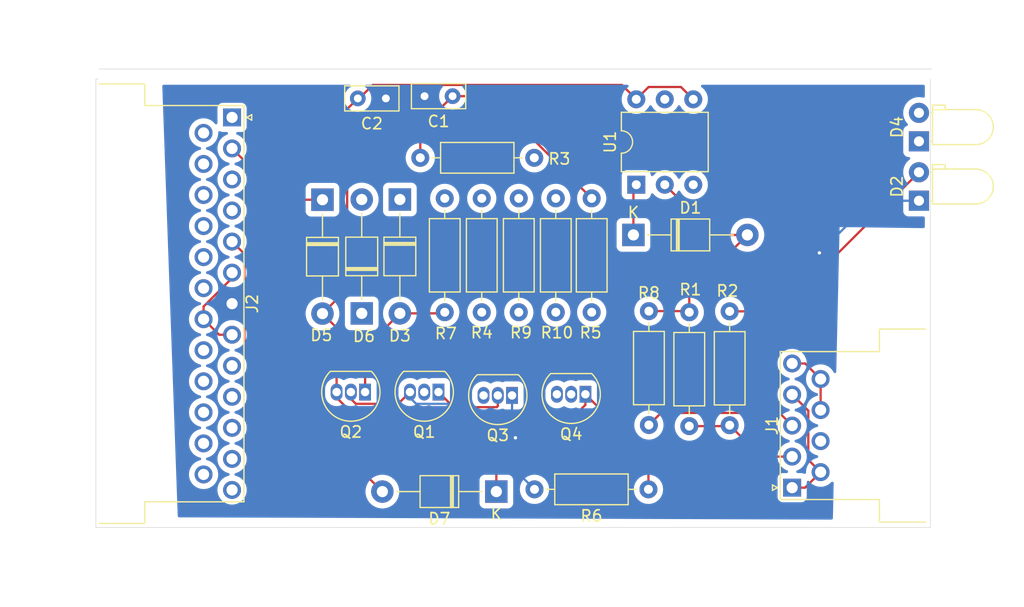
<source format=kicad_pcb>
(kicad_pcb (version 20240108) (generator "pcbnew") (generator_version "8.0")
  (layers (0 "F.Cu" signal) (31 "B.Cu" power "Gnd") (34 "B.Paste" user) (35 "F.Paste" user) (36 "B.SilkS" user "B.Silkscreen") (37 "F.SilkS" user "F.Silkscreen") (38 "B.Mask" user) (39 "F.Mask" user) (44 "Edge.Cuts" user))
  (net 0 "")
  (net 1 "Net-(J1-Pad5)")
  (net 2 "Net-(D1-K)")
  (net 3 "Net-(J1-Pad1)")
  (net 5 "Net-(J1-Pad2)")
  (net 10 "Net-(D7-A)")
  (net 11 "GND")
  (net 19 "Net-(D6-A)")
  (net 22 "Net-(D5-K)")
  (net 25 "Net-(J2-Pad3)")
  (net 28 "Net-(Q1-C)")
  (net 29 "Net-(Q1-E)")
  (net 30 "Net-(D3-K)")
  (net 31 "Net-(D3-A)")
  (net 32 "Net-(D5-A)")
  (net 33 "Net-(D6-K)")
  (net 34 "Net-(D4-A)")
  (net 35 "Net-(Q4-E)")
  (net 36 "Net-(D1-A)")
  (net 38 "Net-(D2-K)")
  (net 39 "Net-(R3-Pad1)")
  (net 40 "Net-(D4-K)")
  (footprint "LED_THT:LED_D3.0mm_Horizontal_O1.27mm_Z2.0mm" (layer "F.Cu") (at 236.375 101.85 90)
    (property "Reference" "D2" (at 1.27 -1.96 90) (layer "F.SilkS"))
    (property "Value" "Rx")
    (fp_line (start 2.54 1.08) (end 2.54 1.08) (stroke (width 0.12)) (layer "F.SilkS"))
    (fp_line (start 2.54 1.08) (end 2.54 1.21) (stroke (width 0.12)) (layer "F.SilkS"))
    (fp_line (start 0 1.08) (end 0 1.08) (stroke (width 0.12)) (layer "F.SilkS"))
    (fp_line (start 0 1.08) (end 0 1.21) (stroke (width 0.12)) (layer "F.SilkS"))
    (fp_line (start 3.23 1.21) (end 3.23 2.33) (stroke (width 0.12)) (layer "F.SilkS"))
    (fp_line (start 2.83 1.21) (end 3.23 1.21) (stroke (width 0.12)) (layer "F.SilkS"))
    (fp_line (start 2.83 1.21) (end 2.83 5.07) (stroke (width 0.12)) (layer "F.SilkS"))
    (fp_line (start 2.54 1.21) (end 2.54 1.08) (stroke (width 0.12)) (layer "F.SilkS"))
    (fp_line (start 2.54 1.21) (end 2.54 1.21) (stroke (width 0.12)) (layer "F.SilkS"))
    (fp_line (start 0 1.21) (end 0 1.08) (stroke (width 0.12)) (layer "F.SilkS"))
    (fp_line (start 0 1.21) (end 0 1.21) (stroke (width 0.12)) (layer "F.SilkS"))
    (fp_line (start -0.29 1.21) (end 2.83 1.21) (stroke (width 0.12)) (layer "F.SilkS"))
    (fp_line (start -0.29 1.21) (end -0.29 5.07) (stroke (width 0.12)) (layer "F.SilkS"))
    (fp_line (start 3.23 2.33) (end 2.83 2.33) (stroke (width 0.12)) (layer "F.SilkS"))
    (fp_line (start 2.83 2.33) (end 2.83 1.21) (stroke (width 0.12)) (layer "F.SilkS"))
    (fp_arc (start 2.83 5.07) (mid 1.27 6.63) (end -0.29 5.07) (stroke (width 0.12)) (layer "F.SilkS"))
    (pad "1" thru_hole rect (at 0 0 90) (size 1.8 1.8) (drill 0.9) (layers "*.Cu" "*.Mask") (net 38 "Net-(D2-K)"))
    (pad "2" thru_hole circle (at 2.54 0 90) (size 1.8 1.8) (drill 0.9) (layers "*.Cu" "*.Mask") (net 2 "Net-(D1-K)"))
  )
  (footprint "Diode_THT:D_T-1_P10.16mm_Horizontal" (layer "F.Cu") (at 190.1 101.74 -90)
    (property "Reference" "D3" (at 12.16 0 180) (layer "F.SilkS"))
    (property "Value" "D_Filled" (hide yes))
    (fp_line (start 3.36 1.42) (end 6.8 1.42) (stroke (width 0.12)) (layer "F.SilkS"))
    (fp_line (start 6.8 1.42) (end 6.8 -1.42) (stroke (width 0.12)) (layer "F.SilkS"))
    (fp_line (start 1.24 0) (end 3.36 0) (stroke (width 0.12)) (layer "F.SilkS"))
    (fp_line (start 8.92 0) (end 6.8 0) (stroke (width 0.12)) (layer "F.SilkS"))
    (fp_line (start 3.36 -1.42) (end 3.36 1.42) (stroke (width 0.12)) (layer "F.SilkS"))
    (fp_line (start 3.84 -1.42) (end 3.84 1.42) (stroke (width 0.12)) (layer "F.SilkS"))
    (fp_line (start 3.96 -1.42) (end 3.96 1.42) (stroke (width 0.12)) (layer "F.SilkS"))
    (fp_line (start 4.08 -1.42) (end 4.08 1.42) (stroke (width 0.12)) (layer "F.SilkS"))
    (fp_line (start 6.8 -1.42) (end 3.36 -1.42) (stroke (width 0.12)) (layer "F.SilkS"))
    (pad "1" thru_hole rect (at 0 0 270) (size 2 2) (drill 1) (layers "*.Cu" "*.Mask") (net 30 "Net-(D3-K)"))
    (pad "2" thru_hole oval (at 10.16 0 270) (size 2 2) (drill 1) (layers "*.Cu" "*.Mask") (net 31 "Net-(D3-A)"))
  )
  (footprint "Resistor_THT:R_Axial_DIN0207_L6.3mm_D2.5mm_P10.16mm_Horizontal" (layer "F.Cu") (at 202.08 98.02 180)
    (property "Reference" "R3" (at -2.24 -0.1 0) (layer "F.SilkS"))
    (property "Value" "2k2" (hide yes))
    (fp_line (start 9.12 0) (end 8.35 0) (stroke (width 0.12)) (layer "F.SilkS"))
    (fp_line (start 8.35 1.37) (end 8.35 -1.37) (stroke (width 0.12)) (layer "F.SilkS"))
    (fp_line (start 8.35 -1.37) (end 1.81 -1.37) (stroke (width 0.12)) (layer "F.SilkS"))
    (fp_line (start 1.81 1.37) (end 8.35 1.37) (stroke (width 0.12)) (layer "F.SilkS"))
    (fp_line (start 1.81 -1.37) (end 1.81 1.37) (stroke (width 0.12)) (layer "F.SilkS"))
    (fp_line (start 1.04 0) (end 1.81 0) (stroke (width 0.12)) (layer "F.SilkS"))
    (pad "1" thru_hole circle (at 0 0 180) (size 1.6 1.6) (drill 0.8) (layers "*.Cu" "*.Mask") (net 39 "Net-(R3-Pad1)"))
    (pad "2" thru_hole oval (at 10.16 0 180) (size 1.6 1.6) (drill 0.8) (layers "*.Cu" "*.Mask") (net 33 "Net-(D6-K)"))
  )
  (footprint "Resistor_THT:R_Axial_DIN0207_L6.3mm_D2.5mm_P10.16mm_Horizontal" (layer "F.Cu") (at 204 111.8 90)
    (property "Reference" "R10" (at -1.82 0.1 180) (layer "F.SilkS"))
    (property "Value" "2k2" (hide yes))
    (fp_line (start 8.35 -1.37) (end 1.81 -1.37) (stroke (width 0.12)) (layer "F.SilkS"))
    (fp_line (start 1.81 -1.37) (end 1.81 1.37) (stroke (width 0.12)) (layer "F.SilkS"))
    (fp_line (start 9.12 0) (end 8.35 0) (stroke (width 0.12)) (layer "F.SilkS"))
    (fp_line (start 1.04 0) (end 1.81 0) (stroke (width 0.12)) (layer "F.SilkS"))
    (fp_line (start 8.35 1.37) (end 8.35 -1.37) (stroke (width 0.12)) (layer "F.SilkS"))
    (fp_line (start 1.81 1.37) (end 8.35 1.37) (stroke (width 0.12)) (layer "F.SilkS"))
    (pad "1" thru_hole circle (at 0 0 90) (size 1.6 1.6) (drill 0.8) (layers "*.Cu" "*.Mask") (net 35 "Net-(Q4-E)"))
    (pad "2" thru_hole oval (at 10.16 0 90) (size 1.6 1.6) (drill 0.8) (layers "*.Cu" "*.Mask") (net 25 "Net-(J2-Pad3)"))
  )
  (footprint "Connector_Dsub:DSUB-9_Male_Horizontal_P2.77x2.54mm_EdgePinOffset9.40mm" (layer "F.Cu") (at 225.069669 127.45 90)
    (property "Reference" "J1" (at 5.54 -1.8 90) (layer "F.SilkS"))
    (property "Value" "DE9_Plug")
    (fp_line (start 0.25 -1.754338) (end 0 -1.321325) (stroke (width 0.12)) (layer "F.SilkS"))
    (fp_line (start -0.25 -1.754338) (end 0.25 -1.754338) (stroke (width 0.12)) (layer "F.SilkS"))
    (fp_line (start 0 -1.321325) (end -0.25 -1.754338) (stroke (width 0.12)) (layer "F.SilkS"))
    (fp_line (start 12.14 -1.06) (end 12.14 7.78) (stroke (width 0.12)) (layer "F.SilkS"))
    (fp_line (start -1.06 -1.06) (end 12.14 -1.06) (stroke (width 0.12)) (layer "F.SilkS"))
    (fp_line (start 14.15 7.78) (end 14.15 11.88) (stroke (width 0.12)) (layer "F.SilkS"))
    (fp_line (start 12.14 7.78) (end 14.15 7.78) (stroke (width 0.12)) (layer "F.SilkS"))
    (fp_line (start -1.06 7.78) (end -1.06 -1.06) (stroke (width 0.12)) (layer "F.SilkS"))
    (fp_line (start -3.07 7.78) (end -1.06 7.78) (stroke (width 0.12)) (layer "F.SilkS"))
    (fp_line (start -3.07 11.88) (end -3.07 7.78) (stroke (width 0.12)) (layer "F.SilkS"))
    (pad "1" thru_hole rect (at 0 0 90) (size 1.6 1.6) (drill 1) (layers "*.Cu" "*.Mask") (net 3 "Net-(J1-Pad1)"))
    (pad "2" thru_hole circle (at 2.77 0 90) (size 1.6 1.6) (drill 1) (layers "*.Cu" "*.Mask") (net 5 "Net-(J1-Pad2)"))
    (pad "3" thru_hole circle (at 5.54 0 90) (size 1.6 1.6) (drill 1) (layers "*.Cu" "*.Mask") (net 2 "Net-(D1-K)"))
    (pad "4" thru_hole circle (at 8.31 0 90) (size 1.6 1.6) (drill 1) (layers "*.Cu" "*.Mask") (net 3 "Net-(J1-Pad1)"))
    (pad "5" thru_hole circle (at 11.08 0 90) (size 1.6 1.6) (drill 1) (layers "*.Cu" "*.Mask") (net 1 "Net-(J1-Pad5)"))
    (pad "6" thru_hole circle (at 1.385 2.54 90) (size 1.6 1.6) (drill 1) (layers "*.Cu" "*.Mask") (net 3 "Net-(J1-Pad1)"))
    (pad "7" thru_hole circle (at 4.155 2.54 90) (size 1.6 1.6) (drill 1) (layers "*.Cu" "*.Mask"))
    (pad "8" thru_hole circle (at 6.925 2.54 90) (size 1.6 1.6) (drill 1) (layers "*.Cu" "*.Mask") (net 1 "Net-(J1-Pad5)"))
    (pad "9" thru_hole circle (at 9.695 2.54 90) (size 1.6 1.6) (drill 1) (layers "*.Cu" "*.Mask") (net 1 "Net-(J1-Pad5)"))
  )
  (footprint "Resistor_THT:R_Axial_DIN0207_L6.3mm_D2.5mm_P10.16mm_Horizontal" (layer "F.Cu") (at 207.2 111.8 90)
    (property "Reference" "R5" (at -1.82 -0.1 180) (layer "F.SilkS"))
    (property "Value" "2k2" (hide yes))
    (fp_line (start 8.35 -1.37) (end 1.81 -1.37) (stroke (width 0.12)) (layer "F.SilkS"))
    (fp_line (start 1.81 -1.37) (end 1.81 1.37) (stroke (width 0.12)) (layer "F.SilkS"))
    (fp_line (start 9.12 0) (end 8.35 0) (stroke (width 0.12)) (layer "F.SilkS"))
    (fp_line (start 1.04 0) (end 1.81 0) (stroke (width 0.12)) (layer "F.SilkS"))
    (fp_line (start 8.35 1.37) (end 8.35 -1.37) (stroke (width 0.12)) (layer "F.SilkS"))
    (fp_line (start 1.81 1.37) (end 8.35 1.37) (stroke (width 0.12)) (layer "F.SilkS"))
    (pad "1" thru_hole circle (at 0 0 90) (size 1.6 1.6) (drill 0.8) (layers "*.Cu" "*.Mask") (net 28 "Net-(Q1-C)"))
    (pad "2" thru_hole oval (at 10.16 0 90) (size 1.6 1.6) (drill 0.8) (layers "*.Cu" "*.Mask") (net 33 "Net-(D6-K)"))
  )
  (footprint "Resistor_THT:R_Axial_DIN0207_L6.3mm_D2.5mm_P10.16mm_Horizontal" (layer "F.Cu") (at 219.5 121.88 90)
    (property "Reference" "R2" (at 11.98 -0.2 180) (layer "F.SilkS"))
    (property "Value" "1k")
    (fp_line (start 8.35 -1.37) (end 1.81 -1.37) (stroke (width 0.12)) (layer "F.SilkS"))
    (fp_line (start 1.81 -1.37) (end 1.81 1.37) (stroke (width 0.12)) (layer "F.SilkS"))
    (fp_line (start 9.12 0) (end 8.35 0) (stroke (width 0.12)) (layer "F.SilkS"))
    (fp_line (start 1.04 0) (end 1.81 0) (stroke (width 0.12)) (layer "F.SilkS"))
    (fp_line (start 8.35 1.37) (end 8.35 -1.37) (stroke (width 0.12)) (layer "F.SilkS"))
    (fp_line (start 1.81 1.37) (end 8.35 1.37) (stroke (width 0.12)) (layer "F.SilkS"))
    (pad "1" thru_hole circle (at 0 0 90) (size 1.6 1.6) (drill 0.8) (layers "*.Cu" "*.Mask") (net 5 "Net-(J1-Pad2)"))
    (pad "2" thru_hole oval (at 10.16 0 90) (size 1.6 1.6) (drill 0.8) (layers "*.Cu" "*.Mask") (net 38 "Net-(D2-K)"))
  )
  (footprint "Capacitor_THT:C_Rect_L4.6mm_W2.0mm_P2.50mm_MKS02_FKP02" (layer "F.Cu") (at 188.85 92.72 180)
    (property "Reference" "C2" (at 1.25 -2.25 0) (layer "F.SilkS"))
    (property "Value" "22uF 16V")
    (fp_line (start 3.67 -1.12) (end 3.67 1.12) (stroke (width 0.12)) (layer "F.SilkS"))
    (fp_line (start -1.17 1.12) (end 3.67 1.12) (stroke (width 0.12)) (layer "F.SilkS"))
    (fp_line (start -1.17 -1.12) (end 3.67 -1.12) (stroke (width 0.12)) (layer "F.SilkS"))
    (fp_line (start -1.17 -1.12) (end -1.17 1.12) (stroke (width 0.12)) (layer "F.SilkS"))
    (pad "1" thru_hole circle (at 0 0 180) (size 1.4 1.4) (drill 0.7) (layers "*.Cu" "*.Mask") (net 11 "GND"))
    (pad "2" thru_hole circle (at 2.5 0 180) (size 1.4 1.4) (drill 0.7) (layers "*.Cu" "*.Mask") (net 32 "Net-(D5-A)"))
  )
  (footprint "Package_DIP:DIP-6_W7.62mm" (layer "F.Cu") (at 211.175 100.42 90)
    (property "Reference" "U1" (at 3.81 -2.33 90) (layer "F.SilkS"))
    (property "Value" "4N35")
    (fp_line (start 6.46 -1.33) (end 4.81 -1.33) (stroke (width 0.12)) (layer "F.SilkS"))
    (fp_line (start 2.81 -1.33) (end 1.16 -1.33) (stroke (width 0.12)) (layer "F.SilkS"))
    (fp_line (start 1.16 -1.33) (end 1.16 6.41) (stroke (width 0.12)) (layer "F.SilkS"))
    (fp_line (start 6.46 6.41) (end 6.46 -1.33) (stroke (width 0.12)) (layer "F.SilkS"))
    (fp_line (start 1.16 6.41) (end 6.46 6.41) (stroke (width 0.12)) (layer "F.SilkS"))
    (fp_arc (start 4.81 -1.33) (mid 3.81 -0.33) (end 2.81 -1.33) (stroke (width 0.12)) (layer "F.SilkS"))
    (pad "1" thru_hole rect (at 0 0 90) (size 1.6 1.6) (drill 0.8) (layers "*.Cu" "*.Mask") (net 2 "Net-(D1-K)"))
    (pad "2" thru_hole oval (at 0 2.54 90) (size 1.6 1.6) (drill 0.8) (layers "*.Cu" "*.Mask") (net 36 "Net-(D1-A)"))
    (pad "3" thru_hole oval (at 0 5.08 90) (size 1.6 1.6) (drill 0.8) (layers "*.Cu" "*.Mask"))
    (pad "4" thru_hole oval (at 7.62 5.08 90) (size 1.6 1.6) (drill 0.8) (layers "*.Cu" "*.Mask") (net 32 "Net-(D5-A)"))
    (pad "5" thru_hole oval (at 7.62 2.54 90) (size 1.6 1.6) (drill 0.8) (layers "*.Cu" "*.Mask") (net 30 "Net-(D3-K)"))
    (pad "6" thru_hole oval (at 7.62 0 90) (size 1.6 1.6) (drill 0.8) (layers "*.Cu" "*.Mask") (net 32 "Net-(D5-A)"))
  )
  (footprint "Package_TO_SOT_THT:TO-92_Inline" (layer "F.Cu") (at 206.64 119.12 180)
    (property "Reference" "Q4" (at 1.27 -3.56 0) (layer "F.SilkS"))
    (property "Value" "BC557")
    (fp_line (start -0.53 1.85) (end 3.07 1.85) (stroke (width 0.12)) (layer "F.SilkS"))
    (fp_arc (start 1.27 -2.6) (mid 3.672087 -0.994977) (end 3.108478 1.838478) (stroke (width 0.12)) (layer "F.SilkS"))
    (fp_arc (start -0.568478 1.838478) (mid -1.132087 -0.994977) (end 1.27 -2.6) (stroke (width 0.12)) (layer "F.SilkS"))
    (pad "1" thru_hole rect (at 0 0 180) (size 1.05 1.5) (drill 0.75) (layers "*.Cu" "*.Mask") (net 32 "Net-(D5-A)"))
    (pad "2" thru_hole oval (at 1.27 0 180) (size 1.05 1.5) (drill 0.75) (layers "*.Cu" "*.Mask") (net 28 "Net-(Q1-C)"))
    (pad "3" thru_hole oval (at 2.54 0 180) (size 1.05 1.5) (drill 0.75) (layers "*.Cu" "*.Mask") (net 35 "Net-(Q4-E)"))
  )
  (footprint "Diode_THT:D_T-1_P10.16mm_Horizontal" (layer "F.Cu") (at 183.2 101.76 -90)
    (property "Reference" "D5" (at 12.1 0.1 180) (layer "F.SilkS"))
    (property "Value" "D_Filled" (hide yes))
    (fp_line (start 3.36 1.42) (end 6.8 1.42) (stroke (width 0.12)) (layer "F.SilkS"))
    (fp_line (start 6.8 1.42) (end 6.8 -1.42) (stroke (width 0.12)) (layer "F.SilkS"))
    (fp_line (start 1.24 0) (end 3.36 0) (stroke (width 0.12)) (layer "F.SilkS"))
    (fp_line (start 8.92 0) (end 6.8 0) (stroke (width 0.12)) (layer "F.SilkS"))
    (fp_line (start 3.36 -1.42) (end 3.36 1.42) (stroke (width 0.12)) (layer "F.SilkS"))
    (fp_line (start 3.84 -1.42) (end 3.84 1.42) (stroke (width 0.12)) (layer "F.SilkS"))
    (fp_line (start 3.96 -1.42) (end 3.96 1.42) (stroke (width 0.12)) (layer "F.SilkS"))
    (fp_line (start 4.08 -1.42) (end 4.08 1.42) (stroke (width 0.12)) (layer "F.SilkS"))
    (fp_line (start 6.8 -1.42) (end 3.36 -1.42) (stroke (width 0.12)) (layer "F.SilkS"))
    (pad "1" thru_hole rect (at 0 0 270) (size 2 2) (drill 1) (layers "*.Cu" "*.Mask") (net 22 "Net-(D5-K)"))
    (pad "2" thru_hole oval (at 10.16 0 270) (size 2 2) (drill 1) (layers "*.Cu" "*.Mask") (net 32 "Net-(D5-A)"))
  )
  (footprint "Resistor_THT:R_Axial_DIN0207_L6.3mm_D2.5mm_P10.16mm_Horizontal" (layer "F.Cu") (at 194.1 111.8 90)
    (property "Reference" "R7" (at -1.9 0.1 180) (layer "F.SilkS"))
    (property "Value" "2k2" (hide yes))
    (fp_line (start 8.35 -1.37) (end 1.81 -1.37) (stroke (width 0.12)) (layer "F.SilkS"))
    (fp_line (start 1.81 -1.37) (end 1.81 1.37) (stroke (width 0.12)) (layer "F.SilkS"))
    (fp_line (start 9.12 0) (end 8.35 0) (stroke (width 0.12)) (layer "F.SilkS"))
    (fp_line (start 1.04 0) (end 1.81 0) (stroke (width 0.12)) (layer "F.SilkS"))
    (fp_line (start 8.35 1.37) (end 8.35 -1.37) (stroke (width 0.12)) (layer "F.SilkS"))
    (fp_line (start 1.81 1.37) (end 8.35 1.37) (stroke (width 0.12)) (layer "F.SilkS"))
    (pad "1" thru_hole circle (at 0 0 90) (size 1.6 1.6) (drill 0.8) (layers "*.Cu" "*.Mask") (net 31 "Net-(D3-A)"))
    (pad "2" thru_hole oval (at 10.16 0 90) (size 1.6 1.6) (drill 0.8) (layers "*.Cu" "*.Mask") (net 39 "Net-(R3-Pad1)"))
  )
  (footprint "Capacitor_THT:C_Rect_L4.6mm_W2.0mm_P2.50mm_MKS02_FKP02" (layer "F.Cu") (at 194.8 92.52 180)
    (property "Reference" "C1" (at 1.25 -2.25 0) (layer "F.SilkS"))
    (property "Value" "22uF 16V")
    (fp_line (start 3.67 -1.12) (end 3.67 1.12) (stroke (width 0.12)) (layer "F.SilkS"))
    (fp_line (start -1.17 1.12) (end 3.67 1.12) (stroke (width 0.12)) (layer "F.SilkS"))
    (fp_line (start -1.17 -1.12) (end 3.67 -1.12) (stroke (width 0.12)) (layer "F.SilkS"))
    (fp_line (start -1.17 -1.12) (end -1.17 1.12) (stroke (width 0.12)) (layer "F.SilkS"))
    (pad "1" thru_hole circle (at 0 0 180) (size 1.4 1.4) (drill 0.7) (layers "*.Cu" "*.Mask") (net 33 "Net-(D6-K)"))
    (pad "2" thru_hole circle (at 2.5 0 180) (size 1.4 1.4) (drill 0.7) (layers "*.Cu" "*.Mask") (net 11 "GND"))
  )
  (footprint "Resistor_THT:R_Axial_DIN0207_L6.3mm_D2.5mm_P10.16mm_Horizontal" (layer "F.Cu") (at 212.26 127.6 180)
    (property "Reference" "R6" (at 5.08 -2.37 0) (layer "F.SilkS"))
    (property "Value" "2k2")
    (fp_line (start 9.12 0) (end 8.35 0) (stroke (width 0.12)) (layer "F.SilkS"))
    (fp_line (start 8.35 1.37) (end 8.35 -1.37) (stroke (width 0.12)) (layer "F.SilkS"))
    (fp_line (start 8.35 -1.37) (end 1.81 -1.37) (stroke (width 0.12)) (layer "F.SilkS"))
    (fp_line (start 1.81 1.37) (end 8.35 1.37) (stroke (width 0.12)) (layer "F.SilkS"))
    (fp_line (start 1.81 -1.37) (end 1.81 1.37) (stroke (width 0.12)) (layer "F.SilkS"))
    (fp_line (start 1.04 0) (end 1.81 0) (stroke (width 0.12)) (layer "F.SilkS"))
    (pad "1" thru_hole circle (at 0 0 180) (size 1.6 1.6) (drill 0.8) (layers "*.Cu" "*.Mask") (net 32 "Net-(D5-A)"))
    (pad "2" thru_hole oval (at 10.16 0 180) (size 1.6 1.6) (drill 0.8) (layers "*.Cu" "*.Mask") (net 29 "Net-(Q1-E)"))
  )
  (footprint "Diode_THT:D_T-1_P10.16mm_Horizontal" (layer "F.Cu") (at 186.7 111.9 90)
    (property "Reference" "D6" (at -2.04 0.2 180) (layer "F.SilkS"))
    (property "Value" "D_Filled" (hide yes))
    (fp_line (start 6.8 -1.42) (end 3.36 -1.42) (stroke (width 0.12)) (layer "F.SilkS"))
    (fp_line (start 4.08 -1.42) (end 4.08 1.42) (stroke (width 0.12)) (layer "F.SilkS"))
    (fp_line (start 3.96 -1.42) (end 3.96 1.42) (stroke (width 0.12)) (layer "F.SilkS"))
    (fp_line (start 3.84 -1.42) (end 3.84 1.42) (stroke (width 0.12)) (layer "F.SilkS"))
    (fp_line (start 3.36 -1.42) (end 3.36 1.42) (stroke (width 0.12)) (layer "F.SilkS"))
    (fp_line (start 8.92 0) (end 6.8 0) (stroke (width 0.12)) (layer "F.SilkS"))
    (fp_line (start 1.24 0) (end 3.36 0) (stroke (width 0.12)) (layer "F.SilkS"))
    (fp_line (start 6.8 1.42) (end 6.8 -1.42) (stroke (width 0.12)) (layer "F.SilkS"))
    (fp_line (start 3.36 1.42) (end 6.8 1.42) (stroke (width 0.12)) (layer "F.SilkS"))
    (pad "1" thru_hole rect (at 0 0 90) (size 2 2) (drill 1) (layers "*.Cu" "*.Mask") (net 33 "Net-(D6-K)"))
    (pad "2" thru_hole oval (at 10.16 0 90) (size 2 2) (drill 1) (layers "*.Cu" "*.Mask") (net 19 "Net-(D6-A)"))
  )
  (footprint "Resistor_THT:R_Axial_DIN0207_L6.3mm_D2.5mm_P10.16mm_Horizontal" (layer "F.Cu") (at 200.7 111.8 90)
    (property "Reference" "R9" (at -1.82 0.2 180) (layer "F.SilkS"))
    (property "Value" "2k2" (hide yes))
    (fp_line (start 8.35 -1.37) (end 1.81 -1.37) (stroke (width 0.12)) (layer "F.SilkS"))
    (fp_line (start 1.81 -1.37) (end 1.81 1.37) (stroke (width 0.12)) (layer "F.SilkS"))
    (fp_line (start 9.12 0) (end 8.35 0) (stroke (width 0.12)) (layer "F.SilkS"))
    (fp_line (start 1.04 0) (end 1.81 0) (stroke (width 0.12)) (layer "F.SilkS"))
    (fp_line (start 8.35 1.37) (end 8.35 -1.37) (stroke (width 0.12)) (layer "F.SilkS"))
    (fp_line (start 1.81 1.37) (end 8.35 1.37) (stroke (width 0.12)) (layer "F.SilkS"))
    (pad "1" thru_hole circle (at 0 0 90) (size 1.6 1.6) (drill 0.8) (layers "*.Cu" "*.Mask") (net 25 "Net-(J2-Pad3)"))
    (pad "2" thru_hole oval (at 10.16 0 90) (size 1.6 1.6) (drill 0.8) (layers "*.Cu" "*.Mask") (net 40 "Net-(D4-K)"))
  )
  (footprint "Package_TO_SOT_THT:TO-92_Inline" (layer "F.Cu") (at 200.1 119.22 180)
    (property "Reference" "Q3" (at 1.27 -3.56 0) (layer "F.SilkS"))
    (property "Value" "BC547")
    (fp_line (start -0.53 1.85) (end 3.07 1.85) (stroke (width 0.12)) (layer "F.SilkS"))
    (fp_arc (start 1.27 -2.6) (mid 3.672087 -0.994977) (end 3.108478 1.838478) (stroke (width 0.12)) (layer "F.SilkS"))
    (fp_arc (start -0.568478 1.838478) (mid -1.132087 -0.994977) (end 1.27 -2.6) (stroke (width 0.12)) (layer "F.SilkS"))
    (pad "1" thru_hole rect (at 0 0 180) (size 1.05 1.5) (drill 0.75) (layers "*.Cu" "*.Mask") (net 33 "Net-(D6-K)"))
    (pad "2" thru_hole oval (at 1.27 0 180) (size 1.05 1.5) (drill 0.75) (layers "*.Cu" "*.Mask") (net 28 "Net-(Q1-C)"))
    (pad "3" thru_hole oval (at 2.54 0 180) (size 1.05 1.5) (drill 0.75) (layers "*.Cu" "*.Mask") (net 34 "Net-(D4-A)"))
  )
  (footprint "Diode_THT:D_T-1_P10.16mm_Horizontal" (layer "F.Cu") (at 210.92 104.9)
    (property "Reference" "D1" (at 5.08 -2.42 0) (layer "F.SilkS"))
    (property "Value" "D_Filled")
    (fp_line (start 1.24 0) (end 3.36 0) (stroke (width 0.12)) (layer "F.SilkS"))
    (fp_line (start 3.36 -1.42) (end 3.36 1.42) (stroke (width 0.12)) (layer "F.SilkS"))
    (fp_line (start 3.36 1.42) (end 6.8 1.42) (stroke (width 0.12)) (layer "F.SilkS"))
    (fp_line (start 3.84 -1.42) (end 3.84 1.42) (stroke (width 0.12)) (layer "F.SilkS"))
    (fp_line (start 3.96 -1.42) (end 3.96 1.42) (stroke (width 0.12)) (layer "F.SilkS"))
    (fp_line (start 4.08 -1.42) (end 4.08 1.42) (stroke (width 0.12)) (layer "F.SilkS"))
    (fp_line (start 6.8 -1.42) (end 3.36 -1.42) (stroke (width 0.12)) (layer "F.SilkS"))
    (fp_line (start 6.8 1.42) (end 6.8 -1.42) (stroke (width 0.12)) (layer "F.SilkS"))
    (fp_line (start 8.92 0) (end 6.8 0) (stroke (width 0.12)) (layer "F.SilkS"))
    (fp_text user "K" (at 0 -2 0) (layer "F.SilkS"))
    (pad "1" thru_hole rect (at 0 0) (size 2 2) (drill 1) (layers "*.Cu" "*.Mask") (net 2 "Net-(D1-K)"))
    (pad "2" thru_hole oval (at 10.16 0) (size 2 2) (drill 1) (layers "*.Cu" "*.Mask") (net 36 "Net-(D1-A)"))
  )
  (footprint "Resistor_THT:R_Axial_DIN0207_L6.3mm_D2.5mm_P10.16mm_Horizontal" (layer "F.Cu") (at 212.3 111.7 -90)
    (property "Reference" "R8" (at -1.62 0 180) (layer "F.SilkS"))
    (property "Value" "2k2")
    (fp_line (start 1.81 1.37) (end 8.35 1.37) (stroke (width 0.12)) (layer "F.SilkS"))
    (fp_line (start 8.35 1.37) (end 8.35 -1.37) (stroke (width 0.12)) (layer "F.SilkS"))
    (fp_line (start 1.04 0) (end 1.81 0) (stroke (width 0.12)) (layer "F.SilkS"))
    (fp_line (start 9.12 0) (end 8.35 0) (stroke (width 0.12)) (layer "F.SilkS"))
    (fp_line (start 1.81 -1.37) (end 1.81 1.37) (stroke (width 0.12)) (layer "F.SilkS"))
    (fp_line (start 8.35 -1.37) (end 1.81 -1.37) (stroke (width 0.12)) (layer "F.SilkS"))
    (pad "1" thru_hole circle (at 0 0 270) (size 1.6 1.6) (drill 0.8) (layers "*.Cu" "*.Mask") (net 36 "Net-(D1-A)"))
    (pad "2" thru_hole oval (at 10.16 0 270) (size 1.6 1.6) (drill 0.8) (layers "*.Cu" "*.Mask") (net 2 "Net-(D1-K)"))
  )
  (footprint "Resistor_THT:R_Axial_DIN0207_L6.3mm_D2.5mm_P10.16mm_Horizontal" (layer "F.Cu") (at 215.9 121.96 90)
    (property "Reference" "R1" (at 12.18 0.1 180) (layer "F.SilkS"))
    (property "Value" "220R")
    (fp_line (start 8.35 -1.37) (end 1.81 -1.37) (stroke (width 0.12)) (layer "F.SilkS"))
    (fp_line (start 1.81 -1.37) (end 1.81 1.37) (stroke (width 0.12)) (layer "F.SilkS"))
    (fp_line (start 9.12 0) (end 8.35 0) (stroke (width 0.12)) (layer "F.SilkS"))
    (fp_line (start 1.04 0) (end 1.81 0) (stroke (width 0.12)) (layer "F.SilkS"))
    (fp_line (start 8.35 1.37) (end 8.35 -1.37) (stroke (width 0.12)) (layer "F.SilkS"))
    (fp_line (start 1.81 1.37) (end 8.35 1.37) (stroke (width 0.12)) (layer "F.SilkS"))
    (pad "1" thru_hole circle (at 0 0 90) (size 1.6 1.6) (drill 0.8) (layers "*.Cu" "*.Mask") (net 5 "Net-(J1-Pad2)"))
    (pad "2" thru_hole oval (at 10.16 0 90) (size 1.6 1.6) (drill 0.8) (layers "*.Cu" "*.Mask") (net 36 "Net-(D1-A)"))
  )
  (footprint "Connector_Dsub:DSUB-25_Male_Horizontal_P2.77x2.54mm_EdgePinOffset9.40mm" (layer "F.Cu") (at 175.14 94.415 -90)
    (property "Reference" "J2" (at 16.62 -1.8 -90) (layer "F.SilkS"))
    (property "Value" "DB25_Receptacle")
    (fp_line (start -2.99 11.88) (end -2.99 7.78) (stroke (width 0.12)) (layer "F.SilkS"))
    (fp_line (start -2.99 7.78) (end -1.06 7.78) (stroke (width 0.12)) (layer "F.SilkS"))
    (fp_line (start -1.06 7.78) (end -1.06 -1.06) (stroke (width 0.12)) (layer "F.SilkS"))
    (fp_line (start 34.3 7.78) (end 36.23 7.78) (stroke (width 0.12)) (layer "F.SilkS"))
    (fp_line (start 36.23 7.78) (end 36.23 11.88) (stroke (width 0.12)) (layer "F.SilkS"))
    (fp_line (start -1.06 -1.06) (end 34.3 -1.06) (stroke (width 0.12)) (layer "F.SilkS"))
    (fp_line (start 34.3 -1.06) (end 34.3 7.78) (stroke (width 0.12)) (layer "F.SilkS"))
    (fp_line (start 0 -1.321325) (end -0.25 -1.754338) (stroke (width 0.12)) (layer "F.SilkS"))
    (fp_line (start -0.25 -1.754338) (end 0.25 -1.754338) (stroke (width 0.12)) (layer "F.SilkS"))
    (fp_line (start 0.25 -1.754338) (end 0 -1.321325) (stroke (width 0.12)) (layer "F.SilkS"))
    (pad "1" thru_hole rect (at 0 0 270) (size 1.6 1.6) (drill 1) (layers "*.Cu" "*.Mask"))
    (pad "2" thru_hole circle (at 2.77 0 270) (size 1.6 1.6) (drill 1) (layers "*.Cu" "*.Mask") (net 22 "Net-(D5-K)"))
    (pad "3" thru_hole circle (at 5.54 0 270) (size 1.6 1.6) (drill 1) (layers "*.Cu" "*.Mask") (net 25 "Net-(J2-Pad3)"))
    (pad "4" thru_hole circle (at 8.31 0 270) (size 1.6 1.6) (drill 1) (layers "*.Cu" "*.Mask") (net 10 "Net-(D7-A)"))
    (pad "5" thru_hole circle (at 11.08 0 270) (size 1.6 1.6) (drill 1) (layers "*.Cu" "*.Mask") (net 10 "Net-(D7-A)"))
    (pad "6" thru_hole circle (at 13.85 0 270) (size 1.6 1.6) (drill 1) (layers "*.Cu" "*.Mask") (net 19 "Net-(D6-A)"))
    (pad "7" thru_hole circle (at 16.62 0 270) (size 1.6 1.6) (drill 1) (layers "*.Cu" "*.Mask") (net 11 "GND"))
    (pad "8" thru_hole circle (at 19.39 0 270) (size 1.6 1.6) (drill 1) (layers "*.Cu" "*.Mask") (net 19 "Net-(D6-A)"))
    (pad "9" thru_hole circle (at 22.16 0 270) (size 1.6 1.6) (drill 1) (layers "*.Cu" "*.Mask"))
    (pad "10" thru_hole circle (at 24.93 0 270) (size 1.6 1.6) (drill 1) (layers "*.Cu" "*.Mask"))
    (pad "11" thru_hole circle (at 27.7 0 270) (size 1.6 1.6) (drill 1) (layers "*.Cu" "*.Mask"))
    (pad "12" thru_hole circle (at 30.47 0 270) (size 1.6 1.6) (drill 1) (layers "*.Cu" "*.Mask"))
    (pad "13" thru_hole circle (at 33.24 0 270) (size 1.6 1.6) (drill 1) (layers "*.Cu" "*.Mask"))
    (pad "14" thru_hole circle (at 1.385 2.54 270) (size 1.6 1.6) (drill 1) (layers "*.Cu" "*.Mask"))
    (pad "15" thru_hole circle (at 4.155 2.54 270) (size 1.6 1.6) (drill 1) (layers "*.Cu" "*.Mask"))
    (pad "16" thru_hole circle (at 6.925 2.54 270) (size 1.6 1.6) (drill 1) (layers "*.Cu" "*.Mask"))
    (pad "17" thru_hole circle (at 9.695 2.54 270) (size 1.6 1.6) (drill 1) (layers "*.Cu" "*.Mask"))
    (pad "18" thru_hole circle (at 12.465 2.54 270) (size 1.6 1.6) (drill 1) (layers "*.Cu" "*.Mask"))
    (pad "19" thru_hole circle (at 15.235 2.54 270) (size 1.6 1.6) (drill 1) (layers "*.Cu" "*.Mask"))
    (pad "20" thru_hole circle (at 18.005 2.54 270) (size 1.6 1.6) (drill 1) (layers "*.Cu" "*.Mask") (net 19 "Net-(D6-A)"))
    (pad "21" thru_hole circle (at 20.775 2.54 270) (size 1.6 1.6) (drill 1) (layers "*.Cu" "*.Mask"))
    (pad "22" thru_hole circle (at 23.545 2.54 270) (size 1.6 1.6) (drill 1) (layers "*.Cu" "*.Mask"))
    (pad "23" thru_hole circle (at 26.315 2.54 270) (size 1.6 1.6) (drill 1) (layers "*.Cu" "*.Mask"))
    (pad "24" thru_hole circle (at 29.085 2.54 270) (size 1.6 1.6) (drill 1) (layers "*.Cu" "*.Mask"))
    (pad "25" thru_hole circle (at 31.855 2.54 270) (size 1.6 1.6) (drill 1) (layers "*.Cu" "*.Mask"))
  )
  (footprint "Package_TO_SOT_THT:TO-92_Inline" (layer "F.Cu") (at 187 118.92 180)
    (property "Reference" "Q2" (at 1.27 -3.56 0) (layer "F.SilkS"))
    (property "Value" "BC547")
    (fp_line (start -0.53 1.85) (end 3.07 1.85) (stroke (width 0.12)) (layer "F.SilkS"))
    (fp_arc (start 1.27 -2.6) (mid 3.672087 -0.994977) (end 3.108478 1.838478) (stroke (width 0.12)) (layer "F.SilkS"))
    (fp_arc (start -0.568478 1.838478) (mid -1.132087 -0.994977) (end 1.27 -2.6) (stroke (width 0.12)) (layer "F.SilkS"))
    (pad "1" thru_hole rect (at 0 0 180) (size 1.05 1.5) (drill 0.75) (layers "*.Cu" "*.Mask") (net 31 "Net-(D3-A)"))
    (pad "2" thru_hole oval (at 1.27 0 180) (size 1.05 1.5) (drill 0.75) (layers "*.Cu" "*.Mask") (net 29 "Net-(Q1-E)"))
    (pad "3" thru_hole oval (at 2.54 0 180) (size 1.05 1.5) (drill 0.75) (layers "*.Cu" "*.Mask") (net 32 "Net-(D5-A)"))
  )
  (footprint "LED_THT:LED_D3.0mm_Horizontal_O1.27mm_Z2.0mm" (layer "F.Cu") (at 236.375 96.55 90)
    (property "Reference" "D4" (at 1.27 -1.96 90) (layer "F.SilkS"))
    (property "Value" "Tx")
    (fp_line (start 2.54 1.08) (end 2.54 1.08) (stroke (width 0.12)) (layer "F.SilkS"))
    (fp_line (start 2.54 1.08) (end 2.54 1.21) (stroke (width 0.12)) (layer "F.SilkS"))
    (fp_line (start 0 1.08) (end 0 1.08) (stroke (width 0.12)) (layer "F.SilkS"))
    (fp_line (start 0 1.08) (end 0 1.21) (stroke (width 0.12)) (layer "F.SilkS"))
    (fp_line (start 3.23 1.21) (end 3.23 2.33) (stroke (width 0.12)) (layer "F.SilkS"))
    (fp_line (start 2.83 1.21) (end 3.23 1.21) (stroke (width 0.12)) (layer "F.SilkS"))
    (fp_line (start 2.83 1.21) (end 2.83 5.07) (stroke (width 0.12)) (layer "F.SilkS"))
    (fp_line (start 2.54 1.21) (end 2.54 1.08) (stroke (width 0.12)) (layer "F.SilkS"))
    (fp_line (start 2.54 1.21) (end 2.54 1.21) (stroke (width 0.12)) (layer "F.SilkS"))
    (fp_line (start 0 1.21) (end 0 1.08) (stroke (width 0.12)) (layer "F.SilkS"))
    (fp_line (start 0 1.21) (end 0 1.21) (stroke (width 0.12)) (layer "F.SilkS"))
    (fp_line (start -0.29 1.21) (end 2.83 1.21) (stroke (width 0.12)) (layer "F.SilkS"))
    (fp_line (start -0.29 1.21) (end -0.29 5.07) (stroke (width 0.12)) (layer "F.SilkS"))
    (fp_line (start 3.23 2.33) (end 2.83 2.33) (stroke (width 0.12)) (layer "F.SilkS"))
    (fp_line (start 2.83 2.33) (end 2.83 1.21) (stroke (width 0.12)) (layer "F.SilkS"))
    (fp_arc (start 2.83 5.07) (mid 1.27 6.63) (end -0.29 5.07) (stroke (width 0.12)) (layer "F.SilkS"))
    (pad "1" thru_hole rect (at 0 0 90) (size 1.8 1.8) (drill 0.9) (layers "*.Cu" "*.Mask") (net 40 "Net-(D4-K)"))
    (pad "2" thru_hole circle (at 2.54 0 90) (size 1.8 1.8) (drill 0.9) (layers "*.Cu" "*.Mask") (net 34 "Net-(D4-A)"))
  )
  (footprint "Resistor_THT:R_Axial_DIN0207_L6.3mm_D2.5mm_P10.16mm_Horizontal" (layer "F.Cu") (at 197.4 111.8 90)
    (property "Reference" "R4" (at -1.82 0 180) (layer "F.SilkS"))
    (property "Value" "2k2" (hide yes))
    (fp_line (start 8.35 -1.37) (end 1.81 -1.37) (stroke (width 0.12)) (layer "F.SilkS"))
    (fp_line (start 1.81 -1.37) (end 1.81 1.37) (stroke (width 0.12)) (layer "F.SilkS"))
    (fp_line (start 9.12 0) (end 8.35 0) (stroke (width 0.12)) (layer "F.SilkS"))
    (fp_line (start 1.04 0) (end 1.81 0) (stroke (width 0.12)) (layer "F.SilkS"))
    (fp_line (start 8.35 1.37) (end 8.35 -1.37) (stroke (width 0.12)) (layer "F.SilkS"))
    (fp_line (start 1.81 1.37) (end 8.35 1.37) (stroke (width 0.12)) (layer "F.SilkS"))
    (pad "1" thru_hole circle (at 0 0 90) (size 1.6 1.6) (drill 0.8) (layers "*.Cu" "*.Mask") (net 30 "Net-(D3-K)"))
    (pad "2" thru_hole oval (at 10.16 0 90) (size 1.6 1.6) (drill 0.8) (layers "*.Cu" "*.Mask") (net 39 "Net-(R3-Pad1)"))
  )
  (footprint "Package_TO_SOT_THT:TO-92_Inline" (layer "F.Cu") (at 193.54 118.92 180)
    (property "Reference" "Q1" (at 1.27 -3.56 0) (layer "F.SilkS"))
    (property "Value" "BC547")
    (fp_line (start -0.53 1.85) (end 3.07 1.85) (stroke (width 0.12)) (layer "F.SilkS"))
    (fp_arc (start 1.27 -2.6) (mid 3.672087 -0.994977) (end 3.108478 1.838478) (stroke (width 0.12)) (layer "F.SilkS"))
    (fp_arc (start -0.568478 1.838478) (mid -1.132087 -0.994977) (end 1.27 -2.6) (stroke (width 0.12)) (layer "F.SilkS"))
    (pad "1" thru_hole rect (at 0 0 180) (size 1.05 1.5) (drill 0.75) (layers "*.Cu" "*.Mask") (net 28 "Net-(Q1-C)"))
    (pad "2" thru_hole oval (at 1.27 0 180) (size 1.05 1.5) (drill 0.75) (layers "*.Cu" "*.Mask") (net 30 "Net-(D3-K)"))
    (pad "3" thru_hole oval (at 2.54 0 180) (size 1.05 1.5) (drill 0.75) (layers "*.Cu" "*.Mask") (net 29 "Net-(Q1-E)"))
  )
  (footprint "Diode_THT:D_T-1_P10.16mm_Horizontal" (layer "F.Cu") (at 198.7 127.8 180)
    (property "Reference" "D7" (at 5.08 -2.42 0) (layer "F.SilkS"))
    (property "Value" "D_Filled")
    (fp_line (start 8.92 0) (end 6.8 0) (stroke (width 0.12)) (layer "F.SilkS"))
    (fp_line (start 6.8 1.42) (end 6.8 -1.42) (stroke (width 0.12)) (layer "F.SilkS"))
    (fp_line (start 6.8 -1.42) (end 3.36 -1.42) (stroke (width 0.12)) (layer "F.SilkS"))
    (fp_line (start 4.08 -1.42) (end 4.08 1.42) (stroke (width 0.12)) (layer "F.SilkS"))
    (fp_line (start 3.96 -1.42) (end 3.96 1.42) (stroke (width 0.12)) (layer "F.SilkS"))
    (fp_line (start 3.84 -1.42) (end 3.84 1.42) (stroke (width 0.12)) (layer "F.SilkS"))
    (fp_line (start 3.36 1.42) (end 6.8 1.42) (stroke (width 0.12)) (layer "F.SilkS"))
    (fp_line (start 3.36 -1.42) (end 3.36 1.42) (stroke (width 0.12)) (layer "F.SilkS"))
    (fp_line (start 1.24 0) (end 3.36 0) (stroke (width 0.12)) (layer "F.SilkS"))
    (fp_text user "K" (at 0 -2 0) (layer "F.SilkS"))
    (pad "1" thru_hole rect (at 0 0 180) (size 2 2) (drill 1) (layers "*.Cu" "*.Mask") (net 33 "Net-(D6-K)"))
    (pad "2" thru_hole oval (at 10.16 0 180) (size 2 2) (drill 1) (layers "*.Cu" "*.Mask") (net 10 "Net-(D7-A)"))
  )
  (gr_line (start 163.3 90.1) (end 237.5 90.1) (stroke (width 0.05)) (layer "Edge.Cuts"))
  (gr_line (start 163 131) (end 237.4 131) (stroke (width 0.05)) (layer "Edge.Cuts"))
  (gr_line (start 237.4 131) (end 237.4 91) (stroke (width 0.05)) (layer "Edge.Cuts"))
  (gr_line (start 163.2 91) (end 163 91) (stroke (width 0.05)) (layer "Edge.Cuts"))
  (gr_line (start 163 131) (end 163 91) (stroke (width 0.05)) (layer "Edge.Cuts"))
  (segment (start 227.609669 117.755) (end 227.609669 120.525) (width 0.2) (layer "F.Cu") (net 1))
  (segment (start 225.069669 116.37) (end 226.224669 116.37) (width 0.2) (layer "F.Cu") (net 1))
  (segment (start 226.224669 116.37) (end 227.609669 117.755) (width 0.2) (layer "F.Cu") (net 1))
  (segment (start 223.939669 120.78) (end 225.069669 121.91) (width 0.2) (layer "F.Cu") (net 2))
  (segment (start 212.3 121.86) (end 213.38 120.78) (width 0.2) (layer "F.Cu") (net 2))
  (segment (start 223 120.78) (end 223 112.685) (width 0.2) (layer "F.Cu") (net 2))
  (segment (start 223 112.685) (end 236.375 99.31) (width 0.2) (layer "F.Cu") (net 2))
  (segment (start 210.92 104.9) (end 210.92 100.675) (width 0.2) (layer "F.Cu") (net 2))
  (segment (start 210.92 100.675) (end 211.175 100.42) (width 0.2) (layer "F.Cu") (net 2))
  (segment (start 223 120.78) (end 223.939669 120.78) (width 0.2) (layer "F.Cu") (net 2))
  (segment (start 213.38 120.78) (end 223 120.78) (width 0.2) (layer "F.Cu") (net 2))
  (segment (start 225.069669 127.45) (end 226.224669 127.45) (width 0.2) (layer "F.Cu") (net 3))
  (segment (start 226.509669 120.58) (end 225.069669 119.14) (width 0.2) (layer "F.Cu") (net 3))
  (segment (start 226.224669 127.45) (end 227.609669 126.065) (width 0.2) (layer "F.Cu") (net 3))
  (segment (start 226.509669 124.965) (end 226.509669 120.58) (width 0.2) (layer "F.Cu") (net 3))
  (segment (start 227.609669 126.065) (end 226.509669 124.965) (width 0.2) (layer "F.Cu") (net 3))
  (segment (start 215.9 121.96) (end 219.42 121.96) (width 0.2) (layer "F.Cu") (net 5))
  (segment (start 225.069669 124.68) (end 222.3 124.68) (width 0.2) (layer "F.Cu") (net 5))
  (segment (start 222.3 124.68) (end 219.5 121.88) (width 0.2) (layer "F.Cu") (net 5))
  (segment (start 219.42 121.96) (end 219.5 121.88) (width 0.2) (layer "F.Cu") (net 5))
  (segment (start 188.54 127.8) (end 176.24 115.5) (width 0.2) (layer "F.Cu") (net 10))
  (segment (start 176.24 106.595) (end 175.14 105.495) (width 0.2) (layer "F.Cu") (net 10))
  (segment (start 176.24 115.5) (end 176.24 106.595) (width 0.2) (layer "F.Cu") (net 10))
  (segment (start 175.14 108.74863) (end 175.14 108.265) (width 0.2) (layer "F.Cu") (net 19))
  (segment (start 172.6 112.42) (end 172.6 111.28863) (width 0.2) (layer "F.Cu") (net 19))
  (segment (start 175.14 113.805) (end 173.985 113.805) (width 0.2) (layer "F.Cu") (net 19))
  (segment (start 172.6 111.28863) (end 175.14 108.74863) (width 0.2) (layer "F.Cu") (net 19))
  (segment (start 173.985 113.805) (end 172.6 112.42) (width 0.2) (layer "F.Cu") (net 19))
  (segment (start 179.715 101.76) (end 175.14 97.185) (width 0.2) (layer "F.Cu") (net 22))
  (segment (start 183.2 101.76) (end 179.715 101.76) (width 0.2) (layer "F.Cu") (net 22))
  (segment (start 193.54 118.92) (end 194.89 120.27) (width 0.2) (layer "F.Cu") (net 28))
  (segment (start 194.89 120.27) (end 198.73 120.27) (width 0.2) (layer "F.Cu") (net 28))
  (segment (start 198.83 120.17) (end 198.83 119.22) (width 0.2) (layer "F.Cu") (net 28))
  (segment (start 198.73 120.27) (end 198.83 120.17) (width 0.2) (layer "F.Cu") (net 28))
  (segment (start 189.95 119.97) (end 191 118.92) (width 0.2) (layer "F.Cu") (net 29))
  (segment (start 186.175 119.97) (end 189.95 119.97) (width 0.2) (layer "F.Cu") (net 29))
  (segment (start 185.73 118.92) (end 185.73 119.525) (width 0.2) (layer "F.Cu") (net 29))
  (segment (start 185.73 119.525) (end 186.175 119.97) (width 0.2) (layer "F.Cu") (net 29))
  (segment (start 202.1 127.6) (end 194.47 119.97) (width 0.2) (layer "B.Cu") (net 29))
  (segment (start 191.55 119.97) (end 191 119.42) (width 0.2) (layer "B.Cu") (net 29))
  (segment (start 194.47 119.97) (end 191.55 119.97) (width 0.2) (layer "B.Cu") (net 29))
  (segment (start 191 119.42) (end 191 118.92) (width 0.2) (layer "B.Cu") (net 29))
  (segment (start 187 115) (end 190.1 111.9) (width 0.2) (layer "F.Cu") (net 31))
  (segment (start 190.1 111.9) (end 194 111.9) (width 0.2) (layer "F.Cu") (net 31))
  (segment (start 194 111.9) (end 194.1 111.8) (width 0.2) (layer "F.Cu") (net 31))
  (segment (start 187 118.92) (end 187 115) (width 0.2) (layer "F.Cu") (net 31))
  (segment (start 205.2 121.5) (end 206.64 120.06) (width 0.2) (layer "F.Cu") (net 32))
  (segment (start 209.895 91.52) (end 211.175 92.8) (width 0.2) (layer "F.Cu") (net 32))
  (segment (start 206.64 120.06) (end 206.64 119.12) (width 0.2) (layer "F.Cu") (net 32))
  (segment (start 184.46 113.18) (end 184.46 118.92) (width 0.2) (layer "F.Cu") (net 32))
  (segment (start 185.4 93.67) (end 185.4 109.72) (width 0.2) (layer "F.Cu") (net 32))
  (segment (start 211.175 92.8) (end 212.275 91.7) (width 0.2) (layer "F.Cu") (net 32))
  (segment (start 184.46 118.92) (end 184.46 119.42) (width 0.2) (layer "F.Cu") (net 32))
  (segment (start 186.54 121.5) (end 205.2 121.5) (width 0.2) (layer "F.Cu") (net 32))
  (segment (start 186.35 92.72) (end 185.4 93.67) (width 0.2) (layer "F.Cu") (net 32))
  (segment (start 184.46 119.42) (end 186.54 121.5) (width 0.2) (layer "F.Cu") (net 32))
  (segment (start 185.4 109.72) (end 183.2 111.92) (width 0.2) (layer "F.Cu") (net 32))
  (segment (start 212.26 124.74) (end 206.64 119.12) (width 0.2) (layer "F.Cu") (net 32))
  (segment (start 212.275 91.7) (end 215.155 91.7) (width 0.2) (layer "F.Cu") (net 32))
  (segment (start 183.2 111.92) (end 184.46 113.18) (width 0.2) (layer "F.Cu") (net 32))
  (segment (start 186.48 92.72) (end 187.68 91.52) (width 0.2) (layer "F.Cu") (net 32))
  (segment (start 186.35 92.72) (end 186.48 92.72) (width 0.2) (layer "F.Cu") (net 32))
  (segment (start 215.155 91.7) (end 216.255 92.8) (width 0.2) (layer "F.Cu") (net 32))
  (segment (start 187.68 91.52) (end 209.895 91.52) (width 0.2) (layer "F.Cu") (net 32))
  (segment (start 212.26 127.6) (end 212.26 124.74) (width 0.2) (layer "F.Cu") (net 32))
  (segment (start 198.7 124.7) (end 200.4 123) (width 0.2) (layer "F.Cu") (net 33))
  (segment (start 198.135635 92.52) (end 194.8 92.52) (width 0.2) (layer "F.Cu") (net 33))
  (segment (start 204.68 99.064365) (end 198.135635 92.52) (width 0.2) (layer "F.Cu") (net 33))
  (segment (start 204.68 99.12) (end 204.68 99.064365) (width 0.2) (layer "F.Cu") (net 33))
  (segment (start 207.2 101.64) (end 204.68 99.12) (width 0.2) (layer "F.Cu") (net 33))
  (segment (start 191.92 95.4) (end 194.8 92.52) (width 0.2) (layer "F.Cu") (net 33))
  (segment (start 198.7 127.8) (end 198.7 124.7) (width 0.2) (layer "F.Cu") (net 33))
  (segment (start 191.92 98.02) (end 191.92 95.4) (width 0.2) (layer "F.Cu") (net 33))
  (via (at 200.4 123) (size 0.6) (drill 0.3) (layers "F.Cu" "B.Cu") (net 33))
  (segment (start 200.4 123) (end 200.1 122.7) (width 0.2) (layer "B.Cu") (net 33))
  (segment (start 200.1 122.7) (end 200.1 119.22) (width 0.2) (layer "B.Cu") (net 33))
  (segment (start 215.9 111.8) (end 215.9 110.08) (width 0.2) (layer "F.Cu") (net 36))
  (segment (start 212.3 111.7) (end 215.8 111.7) (width 0.2) (layer "F.Cu") (net 36))
  (segment (start 215.9 110.08) (end 221.08 104.9) (width 0.2) (layer "F.Cu") (net 36))
  (segment (start 215.8 111.7) (end 215.9 111.8) (width 0.2) (layer "F.Cu") (net 36))
  (segment (start 221.08 104.9) (end 218.195 104.9) (width 0.2) (layer "F.Cu") (net 36))
  (segment (start 218.195 104.9) (end 213.715 100.42) (width 0.2) (layer "F.Cu") (net 36))
  (segment (start 219.5 111.72) (end 222.28 111.72) (width 0.2) (layer "F.Cu") (net 38))
  (segment (start 222.28 111.72) (end 227.5 106.5) (width 0.2) (layer "F.Cu") (net 38))
  (via (at 227.5 106.5) (size 0.6) (drill 0.3) (layers "F.Cu" "B.Cu") (net 38))
  (segment (start 227.5 106.5) (end 232.15 101.85) (width 0.2) (layer "B.Cu") (net 38))
  (segment (start 232.15 101.85) (end 236.375 101.85) (width 0.2) (layer "B.Cu") (net 38))
  (zone (net 11) (net_name "GND") (layer "B.Cu") (connect_pads yes (clearance 0.5)) (min_thickness 0.25) (fill yes (thermal_gap 0.5) (thermal_bridge_width 0.5))
    (polygon (pts (xy 168.9 91.1) (xy 237.4 91.5) (xy 237.2 104.3) (xy 229.3 104.2) (xy 228.7 130.3) (xy 170.3 130.1)))
  )
)
</source>
